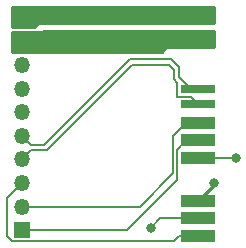
<source format=gtl>
G04 #@! TF.GenerationSoftware,KiCad,Pcbnew,5.1.4+dfsg1-1*
G04 #@! TF.CreationDate,2020-04-30T23:01:33+02:00*
G04 #@! TF.ProjectId,USB_conn,5553425f-636f-46e6-9e2e-6b696361645f,rev?*
G04 #@! TF.SameCoordinates,Original*
G04 #@! TF.FileFunction,Copper,L1,Top*
G04 #@! TF.FilePolarity,Positive*
%FSLAX46Y46*%
G04 Gerber Fmt 4.6, Leading zero omitted, Abs format (unit mm)*
G04 Created by KiCad (PCBNEW 5.1.4+dfsg1-1) date 2020-04-30 23:01:33*
%MOMM*%
%LPD*%
G04 APERTURE LIST*
%ADD10R,3.000000X1.000000*%
%ADD11R,3.000000X0.750000*%
%ADD12R,3.000000X1.500000*%
%ADD13R,1.350000X1.350000*%
%ADD14O,1.350000X1.350000*%
%ADD15C,0.600000*%
%ADD16C,0.800000*%
%ADD17C,0.127000*%
%ADD18C,0.250000*%
%ADD19C,0.200000*%
%ADD20C,0.254000*%
G04 APERTURE END LIST*
D10*
X105900000Y-110000000D03*
X105900000Y-108500000D03*
X105900000Y-107000000D03*
X105900000Y-103400000D03*
X105900000Y-101900000D03*
X105900000Y-100400000D03*
D11*
X105900000Y-98800000D03*
X105900000Y-97550000D03*
D12*
X105900000Y-93300000D03*
X105900000Y-91300000D03*
D13*
X91000000Y-109500000D03*
D14*
X91000000Y-107500000D03*
X91000000Y-105500000D03*
X91000000Y-103500000D03*
X91000000Y-101500000D03*
X91000000Y-99500000D03*
X91000000Y-97500000D03*
X91000000Y-95500000D03*
X91000000Y-93500000D03*
X91000000Y-91500000D03*
D15*
X102000000Y-90900000D03*
X101100000Y-91700000D03*
X103700000Y-90900000D03*
X102800000Y-91700000D03*
D16*
X101900000Y-109300000D03*
X107250000Y-105500000D03*
X109100000Y-103400000D03*
D15*
X102000000Y-93000000D03*
X101100000Y-93800000D03*
X103700000Y-93000000D03*
X102800000Y-93800000D03*
D17*
X90114199Y-110438501D02*
X89700000Y-110024302D01*
X103834499Y-110438501D02*
X90114199Y-110438501D01*
X105900000Y-110000000D02*
X104273000Y-110000000D01*
X104273000Y-110000000D02*
X103834499Y-110438501D01*
X89700000Y-106800000D02*
X91000000Y-105500000D01*
X89700000Y-110024302D02*
X89700000Y-106800000D01*
X105900000Y-108500000D02*
X102700000Y-108500000D01*
X102700000Y-108500000D02*
X101900000Y-109300000D01*
D18*
X107250000Y-105650000D02*
X105900000Y-107000000D01*
X107250000Y-105500000D02*
X107250000Y-105650000D01*
D17*
X105900000Y-103400000D02*
X109100000Y-103400000D01*
X91000000Y-109500000D02*
X99900000Y-109500000D01*
X99900000Y-109500000D02*
X104136499Y-105263501D01*
X104900000Y-101900000D02*
X105900000Y-101900000D01*
X104136499Y-105263501D02*
X104136499Y-102663501D01*
X104136499Y-102663501D02*
X104900000Y-101900000D01*
X103809488Y-104690512D02*
X103809488Y-101490512D01*
X104900000Y-100400000D02*
X105900000Y-100400000D01*
X103809488Y-101490512D02*
X104900000Y-100400000D01*
X101000000Y-107500000D02*
X103809488Y-104690512D01*
X91000000Y-107500000D02*
X101000000Y-107500000D01*
D19*
X91775000Y-102725000D02*
X93093200Y-102725000D01*
X91000000Y-103500000D02*
X91775000Y-102725000D01*
X93093200Y-102725000D02*
X100343200Y-95475000D01*
X100343200Y-95475000D02*
X103406800Y-95475000D01*
X103406800Y-95475000D02*
X103833333Y-95901533D01*
X105325001Y-98225001D02*
X105900000Y-98800000D01*
X104099999Y-98165001D02*
X104159999Y-98225001D01*
X104159999Y-98225001D02*
X105325001Y-98225001D01*
X103833333Y-95901533D02*
X103833333Y-96733333D01*
X104099999Y-96999999D02*
X104099999Y-98165001D01*
X103833333Y-96733333D02*
X104099999Y-96999999D01*
X91000000Y-101500000D02*
X91775000Y-102275000D01*
X91775000Y-102275000D02*
X92906800Y-102275000D01*
X92906800Y-102275000D02*
X100156800Y-95025000D01*
X100156800Y-95025000D02*
X103593200Y-95025000D01*
X103593200Y-95025000D02*
X104283333Y-95715133D01*
X104283333Y-96546936D02*
X105286397Y-97550000D01*
X104283333Y-95715133D02*
X104283333Y-96546936D01*
X105286397Y-97550000D02*
X105900000Y-97550000D01*
D20*
G36*
X107273000Y-91973000D02*
G01*
X92400000Y-91973000D01*
X92375224Y-91975440D01*
X92351399Y-91982667D01*
X92329443Y-91994403D01*
X92310197Y-92010197D01*
X92047394Y-92273000D01*
X90127000Y-92273000D01*
X90127000Y-90627000D01*
X107273000Y-90627000D01*
X107273000Y-91973000D01*
X107273000Y-91973000D01*
G37*
X107273000Y-91973000D02*
X92400000Y-91973000D01*
X92375224Y-91975440D01*
X92351399Y-91982667D01*
X92329443Y-91994403D01*
X92310197Y-92010197D01*
X92047394Y-92273000D01*
X90127000Y-92273000D01*
X90127000Y-90627000D01*
X107273000Y-90627000D01*
X107273000Y-91973000D01*
G36*
X107273000Y-93973000D02*
G01*
X103300000Y-93973000D01*
X103275224Y-93975440D01*
X103251399Y-93982667D01*
X103229443Y-93994403D01*
X103210197Y-94010197D01*
X102847394Y-94373000D01*
X90127000Y-94373000D01*
X90127000Y-92727000D01*
X92700000Y-92727000D01*
X92724776Y-92724560D01*
X92748601Y-92717333D01*
X92770557Y-92705597D01*
X92789803Y-92689803D01*
X92852606Y-92627000D01*
X107273000Y-92627000D01*
X107273000Y-93973000D01*
X107273000Y-93973000D01*
G37*
X107273000Y-93973000D02*
X103300000Y-93973000D01*
X103275224Y-93975440D01*
X103251399Y-93982667D01*
X103229443Y-93994403D01*
X103210197Y-94010197D01*
X102847394Y-94373000D01*
X90127000Y-94373000D01*
X90127000Y-92727000D01*
X92700000Y-92727000D01*
X92724776Y-92724560D01*
X92748601Y-92717333D01*
X92770557Y-92705597D01*
X92789803Y-92689803D01*
X92852606Y-92627000D01*
X107273000Y-92627000D01*
X107273000Y-93973000D01*
M02*

</source>
